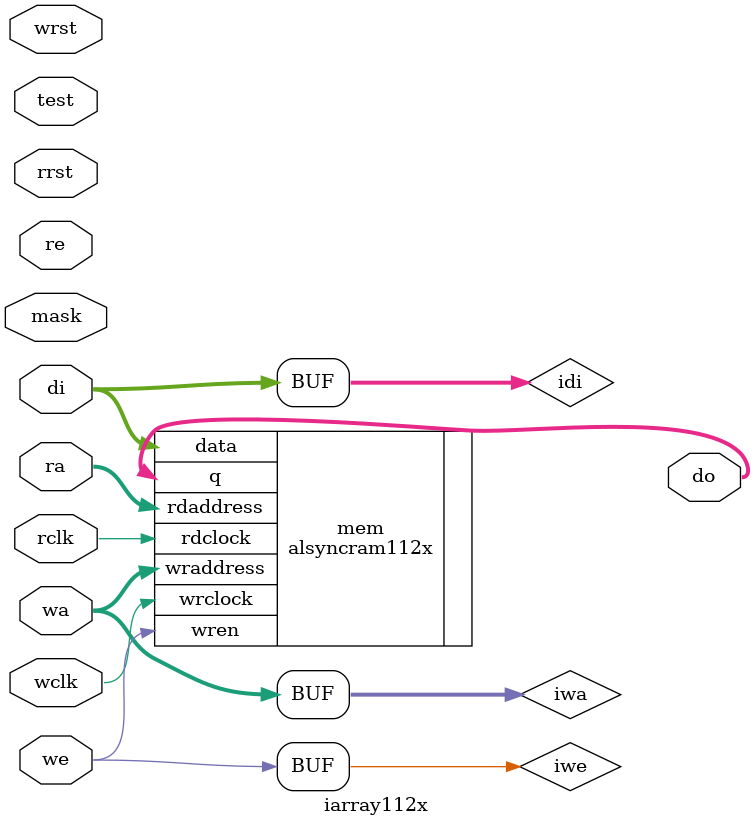
<source format=v>


(* keep_hierarchy = "yes" *) module iarray112x
    (
     wrst,
     wclk,
     wa,
     we,
     di,

     rrst,
     rclk,
     ra,
     re,
     do,

     test,
     mask
     );

parameter ADDRBIT = 9;
parameter DEPTH   = 512;
parameter WIDTH   = 8;
parameter TYPE = "AUTO";        //This parameter is for synthesis only (Do not remove)
parameter MAXDEPTH = 0;
parameter MEM_RESET = "OFF";
parameter NUMCLK= 1;// 1 is one clock domain, 2 is two clock domain
parameter NCLK = 2;// 2: use ram2clk, 1: use ram 1clk + pp output  

input               wrst;
input               wclk;
input [ADDRBIT-1:0] wa;     // @+clk
input               we;     // @+clk
input [WIDTH-1:0]   di;     // @+clk

input               rrst;
input               rclk;
input [ADDRBIT-1:0] ra;     // @+clk
input               re;
output [WIDTH-1:0]  do;     // @+clk

input               test;
input               mask;


wire [ADDRBIT-1:0]  iwa;
wire                iwe;
wire [WIDTH-1:0]    idi;

reg [ADDRBIT-1:0]  cnt;

generate
    if (MEM_RESET == "ON")
        begin: on_reset
    (* KEEP = "TRUE" *) reg array_reset_ccxxx = 1'b0;
    
always @ (posedge wclk)
    begin
    if (wrst)   array_reset_ccxxx <= 1'b1;
    else        array_reset_ccxxx <= 1'b0;
    end

always @(posedge wclk) cnt <= cnt + 1'b1;
assign iwa  = array_reset_ccxxx ? cnt : wa;
assign iwe  = array_reset_ccxxx ? 1'b1 : we;
assign idi  = array_reset_ccxxx ? {WIDTH{1'b0}} : di;
        end
    else
        begin: off_reset
assign iwa  = wa;
assign iwe  = we;
assign idi  = di;
        end
endgenerate

`ifdef  RTL_SIMULATION
wire [WIDTH-1:0]   ido;     // @+clk
reg [WIDTH-1:0]    do;

always @ (posedge rclk) do <= ido;
iramrwpx #(ADDRBIT,DEPTH,WIDTH) array (wclk,iwa,iwe,idi,rclk,ra,re,ido,test,mask);

`else
alsyncram112x #(ADDRBIT,DEPTH,WIDTH,TYPE, MAXDEPTH, NUMCLK, NCLK) mem
    (
    .data(idi),
    .wren(iwe),
    .wraddress(iwa),
    .rdaddress(ra),
    .wrclock(wclk),
    .rdclock(rclk),
    .q(do)
    );
`endif

endmodule

</source>
